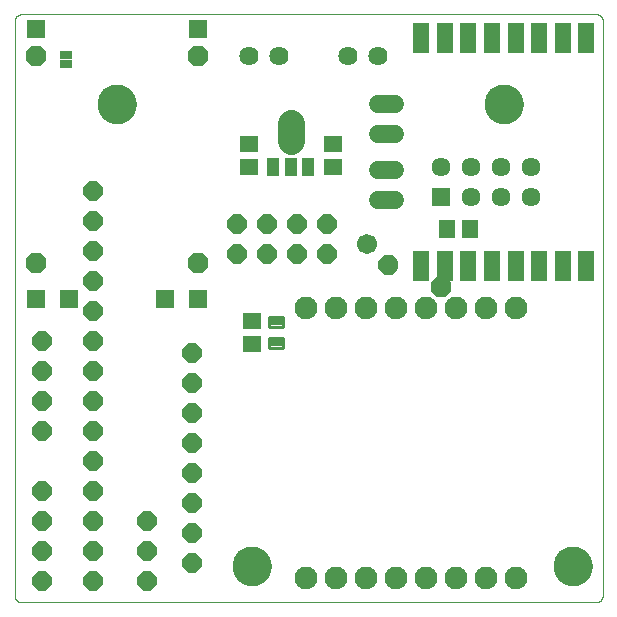
<source format=gts>
G75*
%MOIN*%
%OFA0B0*%
%FSLAX25Y25*%
%IPPOS*%
%LPD*%
%AMOC8*
5,1,8,0,0,1.08239X$1,22.5*
%
%ADD10C,0.00000*%
%ADD11C,0.12998*%
%ADD12R,0.06337X0.06337*%
%ADD13C,0.06337*%
%ADD14C,0.06000*%
%ADD15C,0.01340*%
%ADD16C,0.06700*%
%ADD17R,0.05943X0.05943*%
%ADD18OC8,0.06400*%
%ADD19C,0.01100*%
%ADD20R,0.06306X0.05518*%
%ADD21R,0.05518X0.06306*%
%ADD22R,0.05400X0.10400*%
%ADD23R,0.03900X0.02800*%
%ADD24OC8,0.06700*%
%ADD25C,0.07600*%
%ADD26C,0.09061*%
%ADD27R,0.04134X0.06201*%
%ADD28C,0.06400*%
D10*
X0001500Y0003736D02*
X0001500Y0195264D01*
X0001502Y0195356D01*
X0001508Y0195449D01*
X0001517Y0195541D01*
X0001530Y0195632D01*
X0001548Y0195723D01*
X0001568Y0195813D01*
X0001593Y0195902D01*
X0001621Y0195990D01*
X0001653Y0196077D01*
X0001688Y0196162D01*
X0001727Y0196246D01*
X0001769Y0196328D01*
X0001815Y0196409D01*
X0001864Y0196487D01*
X0001916Y0196563D01*
X0001971Y0196637D01*
X0002030Y0196709D01*
X0002091Y0196778D01*
X0002155Y0196845D01*
X0002222Y0196909D01*
X0002291Y0196970D01*
X0002363Y0197029D01*
X0002437Y0197084D01*
X0002513Y0197136D01*
X0002591Y0197185D01*
X0002672Y0197231D01*
X0002754Y0197273D01*
X0002838Y0197312D01*
X0002923Y0197347D01*
X0003010Y0197379D01*
X0003098Y0197407D01*
X0003187Y0197432D01*
X0003277Y0197452D01*
X0003368Y0197470D01*
X0003459Y0197483D01*
X0003551Y0197492D01*
X0003644Y0197498D01*
X0003736Y0197500D01*
X0195264Y0197500D01*
X0195356Y0197498D01*
X0195449Y0197492D01*
X0195541Y0197483D01*
X0195632Y0197470D01*
X0195723Y0197452D01*
X0195813Y0197432D01*
X0195902Y0197407D01*
X0195990Y0197379D01*
X0196077Y0197347D01*
X0196162Y0197312D01*
X0196246Y0197273D01*
X0196328Y0197231D01*
X0196409Y0197185D01*
X0196487Y0197136D01*
X0196563Y0197084D01*
X0196637Y0197029D01*
X0196709Y0196970D01*
X0196778Y0196909D01*
X0196845Y0196845D01*
X0196909Y0196778D01*
X0196970Y0196709D01*
X0197029Y0196637D01*
X0197084Y0196563D01*
X0197136Y0196487D01*
X0197185Y0196409D01*
X0197231Y0196328D01*
X0197273Y0196246D01*
X0197312Y0196162D01*
X0197347Y0196077D01*
X0197379Y0195990D01*
X0197407Y0195902D01*
X0197432Y0195813D01*
X0197452Y0195723D01*
X0197470Y0195632D01*
X0197483Y0195541D01*
X0197492Y0195449D01*
X0197498Y0195356D01*
X0197500Y0195264D01*
X0197500Y0003736D01*
X0197498Y0003644D01*
X0197492Y0003551D01*
X0197483Y0003459D01*
X0197470Y0003368D01*
X0197452Y0003277D01*
X0197432Y0003187D01*
X0197407Y0003098D01*
X0197379Y0003010D01*
X0197347Y0002923D01*
X0197312Y0002838D01*
X0197273Y0002754D01*
X0197231Y0002672D01*
X0197185Y0002591D01*
X0197136Y0002513D01*
X0197084Y0002437D01*
X0197029Y0002363D01*
X0196970Y0002291D01*
X0196909Y0002222D01*
X0196845Y0002155D01*
X0196778Y0002091D01*
X0196709Y0002030D01*
X0196637Y0001971D01*
X0196563Y0001916D01*
X0196487Y0001864D01*
X0196409Y0001815D01*
X0196328Y0001769D01*
X0196246Y0001727D01*
X0196162Y0001688D01*
X0196077Y0001653D01*
X0195990Y0001621D01*
X0195902Y0001593D01*
X0195813Y0001568D01*
X0195723Y0001548D01*
X0195632Y0001530D01*
X0195541Y0001517D01*
X0195449Y0001508D01*
X0195356Y0001502D01*
X0195264Y0001500D01*
X0003736Y0001500D01*
X0003644Y0001502D01*
X0003551Y0001508D01*
X0003459Y0001517D01*
X0003368Y0001530D01*
X0003277Y0001548D01*
X0003187Y0001568D01*
X0003098Y0001593D01*
X0003010Y0001621D01*
X0002923Y0001653D01*
X0002838Y0001688D01*
X0002754Y0001727D01*
X0002672Y0001769D01*
X0002591Y0001815D01*
X0002513Y0001864D01*
X0002437Y0001916D01*
X0002363Y0001971D01*
X0002291Y0002030D01*
X0002222Y0002091D01*
X0002155Y0002155D01*
X0002091Y0002222D01*
X0002030Y0002291D01*
X0001971Y0002363D01*
X0001916Y0002437D01*
X0001864Y0002513D01*
X0001815Y0002591D01*
X0001769Y0002672D01*
X0001727Y0002754D01*
X0001688Y0002838D01*
X0001653Y0002923D01*
X0001621Y0003010D01*
X0001593Y0003098D01*
X0001568Y0003187D01*
X0001548Y0003277D01*
X0001530Y0003368D01*
X0001517Y0003459D01*
X0001508Y0003551D01*
X0001502Y0003644D01*
X0001500Y0003736D01*
X0074201Y0013500D02*
X0074203Y0013658D01*
X0074209Y0013816D01*
X0074219Y0013974D01*
X0074233Y0014132D01*
X0074251Y0014289D01*
X0074272Y0014446D01*
X0074298Y0014602D01*
X0074328Y0014758D01*
X0074361Y0014913D01*
X0074399Y0015066D01*
X0074440Y0015219D01*
X0074485Y0015371D01*
X0074534Y0015522D01*
X0074587Y0015671D01*
X0074643Y0015819D01*
X0074703Y0015965D01*
X0074767Y0016110D01*
X0074835Y0016253D01*
X0074906Y0016395D01*
X0074980Y0016535D01*
X0075058Y0016672D01*
X0075140Y0016808D01*
X0075224Y0016942D01*
X0075313Y0017073D01*
X0075404Y0017202D01*
X0075499Y0017329D01*
X0075596Y0017454D01*
X0075697Y0017576D01*
X0075801Y0017695D01*
X0075908Y0017812D01*
X0076018Y0017926D01*
X0076131Y0018037D01*
X0076246Y0018146D01*
X0076364Y0018251D01*
X0076485Y0018353D01*
X0076608Y0018453D01*
X0076734Y0018549D01*
X0076862Y0018642D01*
X0076992Y0018732D01*
X0077125Y0018818D01*
X0077260Y0018902D01*
X0077396Y0018981D01*
X0077535Y0019058D01*
X0077676Y0019130D01*
X0077818Y0019200D01*
X0077962Y0019265D01*
X0078108Y0019327D01*
X0078255Y0019385D01*
X0078404Y0019440D01*
X0078554Y0019491D01*
X0078705Y0019538D01*
X0078857Y0019581D01*
X0079010Y0019620D01*
X0079165Y0019656D01*
X0079320Y0019687D01*
X0079476Y0019715D01*
X0079632Y0019739D01*
X0079789Y0019759D01*
X0079947Y0019775D01*
X0080104Y0019787D01*
X0080263Y0019795D01*
X0080421Y0019799D01*
X0080579Y0019799D01*
X0080737Y0019795D01*
X0080896Y0019787D01*
X0081053Y0019775D01*
X0081211Y0019759D01*
X0081368Y0019739D01*
X0081524Y0019715D01*
X0081680Y0019687D01*
X0081835Y0019656D01*
X0081990Y0019620D01*
X0082143Y0019581D01*
X0082295Y0019538D01*
X0082446Y0019491D01*
X0082596Y0019440D01*
X0082745Y0019385D01*
X0082892Y0019327D01*
X0083038Y0019265D01*
X0083182Y0019200D01*
X0083324Y0019130D01*
X0083465Y0019058D01*
X0083604Y0018981D01*
X0083740Y0018902D01*
X0083875Y0018818D01*
X0084008Y0018732D01*
X0084138Y0018642D01*
X0084266Y0018549D01*
X0084392Y0018453D01*
X0084515Y0018353D01*
X0084636Y0018251D01*
X0084754Y0018146D01*
X0084869Y0018037D01*
X0084982Y0017926D01*
X0085092Y0017812D01*
X0085199Y0017695D01*
X0085303Y0017576D01*
X0085404Y0017454D01*
X0085501Y0017329D01*
X0085596Y0017202D01*
X0085687Y0017073D01*
X0085776Y0016942D01*
X0085860Y0016808D01*
X0085942Y0016672D01*
X0086020Y0016535D01*
X0086094Y0016395D01*
X0086165Y0016253D01*
X0086233Y0016110D01*
X0086297Y0015965D01*
X0086357Y0015819D01*
X0086413Y0015671D01*
X0086466Y0015522D01*
X0086515Y0015371D01*
X0086560Y0015219D01*
X0086601Y0015066D01*
X0086639Y0014913D01*
X0086672Y0014758D01*
X0086702Y0014602D01*
X0086728Y0014446D01*
X0086749Y0014289D01*
X0086767Y0014132D01*
X0086781Y0013974D01*
X0086791Y0013816D01*
X0086797Y0013658D01*
X0086799Y0013500D01*
X0086797Y0013342D01*
X0086791Y0013184D01*
X0086781Y0013026D01*
X0086767Y0012868D01*
X0086749Y0012711D01*
X0086728Y0012554D01*
X0086702Y0012398D01*
X0086672Y0012242D01*
X0086639Y0012087D01*
X0086601Y0011934D01*
X0086560Y0011781D01*
X0086515Y0011629D01*
X0086466Y0011478D01*
X0086413Y0011329D01*
X0086357Y0011181D01*
X0086297Y0011035D01*
X0086233Y0010890D01*
X0086165Y0010747D01*
X0086094Y0010605D01*
X0086020Y0010465D01*
X0085942Y0010328D01*
X0085860Y0010192D01*
X0085776Y0010058D01*
X0085687Y0009927D01*
X0085596Y0009798D01*
X0085501Y0009671D01*
X0085404Y0009546D01*
X0085303Y0009424D01*
X0085199Y0009305D01*
X0085092Y0009188D01*
X0084982Y0009074D01*
X0084869Y0008963D01*
X0084754Y0008854D01*
X0084636Y0008749D01*
X0084515Y0008647D01*
X0084392Y0008547D01*
X0084266Y0008451D01*
X0084138Y0008358D01*
X0084008Y0008268D01*
X0083875Y0008182D01*
X0083740Y0008098D01*
X0083604Y0008019D01*
X0083465Y0007942D01*
X0083324Y0007870D01*
X0083182Y0007800D01*
X0083038Y0007735D01*
X0082892Y0007673D01*
X0082745Y0007615D01*
X0082596Y0007560D01*
X0082446Y0007509D01*
X0082295Y0007462D01*
X0082143Y0007419D01*
X0081990Y0007380D01*
X0081835Y0007344D01*
X0081680Y0007313D01*
X0081524Y0007285D01*
X0081368Y0007261D01*
X0081211Y0007241D01*
X0081053Y0007225D01*
X0080896Y0007213D01*
X0080737Y0007205D01*
X0080579Y0007201D01*
X0080421Y0007201D01*
X0080263Y0007205D01*
X0080104Y0007213D01*
X0079947Y0007225D01*
X0079789Y0007241D01*
X0079632Y0007261D01*
X0079476Y0007285D01*
X0079320Y0007313D01*
X0079165Y0007344D01*
X0079010Y0007380D01*
X0078857Y0007419D01*
X0078705Y0007462D01*
X0078554Y0007509D01*
X0078404Y0007560D01*
X0078255Y0007615D01*
X0078108Y0007673D01*
X0077962Y0007735D01*
X0077818Y0007800D01*
X0077676Y0007870D01*
X0077535Y0007942D01*
X0077396Y0008019D01*
X0077260Y0008098D01*
X0077125Y0008182D01*
X0076992Y0008268D01*
X0076862Y0008358D01*
X0076734Y0008451D01*
X0076608Y0008547D01*
X0076485Y0008647D01*
X0076364Y0008749D01*
X0076246Y0008854D01*
X0076131Y0008963D01*
X0076018Y0009074D01*
X0075908Y0009188D01*
X0075801Y0009305D01*
X0075697Y0009424D01*
X0075596Y0009546D01*
X0075499Y0009671D01*
X0075404Y0009798D01*
X0075313Y0009927D01*
X0075224Y0010058D01*
X0075140Y0010192D01*
X0075058Y0010328D01*
X0074980Y0010465D01*
X0074906Y0010605D01*
X0074835Y0010747D01*
X0074767Y0010890D01*
X0074703Y0011035D01*
X0074643Y0011181D01*
X0074587Y0011329D01*
X0074534Y0011478D01*
X0074485Y0011629D01*
X0074440Y0011781D01*
X0074399Y0011934D01*
X0074361Y0012087D01*
X0074328Y0012242D01*
X0074298Y0012398D01*
X0074272Y0012554D01*
X0074251Y0012711D01*
X0074233Y0012868D01*
X0074219Y0013026D01*
X0074209Y0013184D01*
X0074203Y0013342D01*
X0074201Y0013500D01*
X0181201Y0013500D02*
X0181203Y0013658D01*
X0181209Y0013816D01*
X0181219Y0013974D01*
X0181233Y0014132D01*
X0181251Y0014289D01*
X0181272Y0014446D01*
X0181298Y0014602D01*
X0181328Y0014758D01*
X0181361Y0014913D01*
X0181399Y0015066D01*
X0181440Y0015219D01*
X0181485Y0015371D01*
X0181534Y0015522D01*
X0181587Y0015671D01*
X0181643Y0015819D01*
X0181703Y0015965D01*
X0181767Y0016110D01*
X0181835Y0016253D01*
X0181906Y0016395D01*
X0181980Y0016535D01*
X0182058Y0016672D01*
X0182140Y0016808D01*
X0182224Y0016942D01*
X0182313Y0017073D01*
X0182404Y0017202D01*
X0182499Y0017329D01*
X0182596Y0017454D01*
X0182697Y0017576D01*
X0182801Y0017695D01*
X0182908Y0017812D01*
X0183018Y0017926D01*
X0183131Y0018037D01*
X0183246Y0018146D01*
X0183364Y0018251D01*
X0183485Y0018353D01*
X0183608Y0018453D01*
X0183734Y0018549D01*
X0183862Y0018642D01*
X0183992Y0018732D01*
X0184125Y0018818D01*
X0184260Y0018902D01*
X0184396Y0018981D01*
X0184535Y0019058D01*
X0184676Y0019130D01*
X0184818Y0019200D01*
X0184962Y0019265D01*
X0185108Y0019327D01*
X0185255Y0019385D01*
X0185404Y0019440D01*
X0185554Y0019491D01*
X0185705Y0019538D01*
X0185857Y0019581D01*
X0186010Y0019620D01*
X0186165Y0019656D01*
X0186320Y0019687D01*
X0186476Y0019715D01*
X0186632Y0019739D01*
X0186789Y0019759D01*
X0186947Y0019775D01*
X0187104Y0019787D01*
X0187263Y0019795D01*
X0187421Y0019799D01*
X0187579Y0019799D01*
X0187737Y0019795D01*
X0187896Y0019787D01*
X0188053Y0019775D01*
X0188211Y0019759D01*
X0188368Y0019739D01*
X0188524Y0019715D01*
X0188680Y0019687D01*
X0188835Y0019656D01*
X0188990Y0019620D01*
X0189143Y0019581D01*
X0189295Y0019538D01*
X0189446Y0019491D01*
X0189596Y0019440D01*
X0189745Y0019385D01*
X0189892Y0019327D01*
X0190038Y0019265D01*
X0190182Y0019200D01*
X0190324Y0019130D01*
X0190465Y0019058D01*
X0190604Y0018981D01*
X0190740Y0018902D01*
X0190875Y0018818D01*
X0191008Y0018732D01*
X0191138Y0018642D01*
X0191266Y0018549D01*
X0191392Y0018453D01*
X0191515Y0018353D01*
X0191636Y0018251D01*
X0191754Y0018146D01*
X0191869Y0018037D01*
X0191982Y0017926D01*
X0192092Y0017812D01*
X0192199Y0017695D01*
X0192303Y0017576D01*
X0192404Y0017454D01*
X0192501Y0017329D01*
X0192596Y0017202D01*
X0192687Y0017073D01*
X0192776Y0016942D01*
X0192860Y0016808D01*
X0192942Y0016672D01*
X0193020Y0016535D01*
X0193094Y0016395D01*
X0193165Y0016253D01*
X0193233Y0016110D01*
X0193297Y0015965D01*
X0193357Y0015819D01*
X0193413Y0015671D01*
X0193466Y0015522D01*
X0193515Y0015371D01*
X0193560Y0015219D01*
X0193601Y0015066D01*
X0193639Y0014913D01*
X0193672Y0014758D01*
X0193702Y0014602D01*
X0193728Y0014446D01*
X0193749Y0014289D01*
X0193767Y0014132D01*
X0193781Y0013974D01*
X0193791Y0013816D01*
X0193797Y0013658D01*
X0193799Y0013500D01*
X0193797Y0013342D01*
X0193791Y0013184D01*
X0193781Y0013026D01*
X0193767Y0012868D01*
X0193749Y0012711D01*
X0193728Y0012554D01*
X0193702Y0012398D01*
X0193672Y0012242D01*
X0193639Y0012087D01*
X0193601Y0011934D01*
X0193560Y0011781D01*
X0193515Y0011629D01*
X0193466Y0011478D01*
X0193413Y0011329D01*
X0193357Y0011181D01*
X0193297Y0011035D01*
X0193233Y0010890D01*
X0193165Y0010747D01*
X0193094Y0010605D01*
X0193020Y0010465D01*
X0192942Y0010328D01*
X0192860Y0010192D01*
X0192776Y0010058D01*
X0192687Y0009927D01*
X0192596Y0009798D01*
X0192501Y0009671D01*
X0192404Y0009546D01*
X0192303Y0009424D01*
X0192199Y0009305D01*
X0192092Y0009188D01*
X0191982Y0009074D01*
X0191869Y0008963D01*
X0191754Y0008854D01*
X0191636Y0008749D01*
X0191515Y0008647D01*
X0191392Y0008547D01*
X0191266Y0008451D01*
X0191138Y0008358D01*
X0191008Y0008268D01*
X0190875Y0008182D01*
X0190740Y0008098D01*
X0190604Y0008019D01*
X0190465Y0007942D01*
X0190324Y0007870D01*
X0190182Y0007800D01*
X0190038Y0007735D01*
X0189892Y0007673D01*
X0189745Y0007615D01*
X0189596Y0007560D01*
X0189446Y0007509D01*
X0189295Y0007462D01*
X0189143Y0007419D01*
X0188990Y0007380D01*
X0188835Y0007344D01*
X0188680Y0007313D01*
X0188524Y0007285D01*
X0188368Y0007261D01*
X0188211Y0007241D01*
X0188053Y0007225D01*
X0187896Y0007213D01*
X0187737Y0007205D01*
X0187579Y0007201D01*
X0187421Y0007201D01*
X0187263Y0007205D01*
X0187104Y0007213D01*
X0186947Y0007225D01*
X0186789Y0007241D01*
X0186632Y0007261D01*
X0186476Y0007285D01*
X0186320Y0007313D01*
X0186165Y0007344D01*
X0186010Y0007380D01*
X0185857Y0007419D01*
X0185705Y0007462D01*
X0185554Y0007509D01*
X0185404Y0007560D01*
X0185255Y0007615D01*
X0185108Y0007673D01*
X0184962Y0007735D01*
X0184818Y0007800D01*
X0184676Y0007870D01*
X0184535Y0007942D01*
X0184396Y0008019D01*
X0184260Y0008098D01*
X0184125Y0008182D01*
X0183992Y0008268D01*
X0183862Y0008358D01*
X0183734Y0008451D01*
X0183608Y0008547D01*
X0183485Y0008647D01*
X0183364Y0008749D01*
X0183246Y0008854D01*
X0183131Y0008963D01*
X0183018Y0009074D01*
X0182908Y0009188D01*
X0182801Y0009305D01*
X0182697Y0009424D01*
X0182596Y0009546D01*
X0182499Y0009671D01*
X0182404Y0009798D01*
X0182313Y0009927D01*
X0182224Y0010058D01*
X0182140Y0010192D01*
X0182058Y0010328D01*
X0181980Y0010465D01*
X0181906Y0010605D01*
X0181835Y0010747D01*
X0181767Y0010890D01*
X0181703Y0011035D01*
X0181643Y0011181D01*
X0181587Y0011329D01*
X0181534Y0011478D01*
X0181485Y0011629D01*
X0181440Y0011781D01*
X0181399Y0011934D01*
X0181361Y0012087D01*
X0181328Y0012242D01*
X0181298Y0012398D01*
X0181272Y0012554D01*
X0181251Y0012711D01*
X0181233Y0012868D01*
X0181219Y0013026D01*
X0181209Y0013184D01*
X0181203Y0013342D01*
X0181201Y0013500D01*
X0158201Y0167500D02*
X0158203Y0167658D01*
X0158209Y0167816D01*
X0158219Y0167974D01*
X0158233Y0168132D01*
X0158251Y0168289D01*
X0158272Y0168446D01*
X0158298Y0168602D01*
X0158328Y0168758D01*
X0158361Y0168913D01*
X0158399Y0169066D01*
X0158440Y0169219D01*
X0158485Y0169371D01*
X0158534Y0169522D01*
X0158587Y0169671D01*
X0158643Y0169819D01*
X0158703Y0169965D01*
X0158767Y0170110D01*
X0158835Y0170253D01*
X0158906Y0170395D01*
X0158980Y0170535D01*
X0159058Y0170672D01*
X0159140Y0170808D01*
X0159224Y0170942D01*
X0159313Y0171073D01*
X0159404Y0171202D01*
X0159499Y0171329D01*
X0159596Y0171454D01*
X0159697Y0171576D01*
X0159801Y0171695D01*
X0159908Y0171812D01*
X0160018Y0171926D01*
X0160131Y0172037D01*
X0160246Y0172146D01*
X0160364Y0172251D01*
X0160485Y0172353D01*
X0160608Y0172453D01*
X0160734Y0172549D01*
X0160862Y0172642D01*
X0160992Y0172732D01*
X0161125Y0172818D01*
X0161260Y0172902D01*
X0161396Y0172981D01*
X0161535Y0173058D01*
X0161676Y0173130D01*
X0161818Y0173200D01*
X0161962Y0173265D01*
X0162108Y0173327D01*
X0162255Y0173385D01*
X0162404Y0173440D01*
X0162554Y0173491D01*
X0162705Y0173538D01*
X0162857Y0173581D01*
X0163010Y0173620D01*
X0163165Y0173656D01*
X0163320Y0173687D01*
X0163476Y0173715D01*
X0163632Y0173739D01*
X0163789Y0173759D01*
X0163947Y0173775D01*
X0164104Y0173787D01*
X0164263Y0173795D01*
X0164421Y0173799D01*
X0164579Y0173799D01*
X0164737Y0173795D01*
X0164896Y0173787D01*
X0165053Y0173775D01*
X0165211Y0173759D01*
X0165368Y0173739D01*
X0165524Y0173715D01*
X0165680Y0173687D01*
X0165835Y0173656D01*
X0165990Y0173620D01*
X0166143Y0173581D01*
X0166295Y0173538D01*
X0166446Y0173491D01*
X0166596Y0173440D01*
X0166745Y0173385D01*
X0166892Y0173327D01*
X0167038Y0173265D01*
X0167182Y0173200D01*
X0167324Y0173130D01*
X0167465Y0173058D01*
X0167604Y0172981D01*
X0167740Y0172902D01*
X0167875Y0172818D01*
X0168008Y0172732D01*
X0168138Y0172642D01*
X0168266Y0172549D01*
X0168392Y0172453D01*
X0168515Y0172353D01*
X0168636Y0172251D01*
X0168754Y0172146D01*
X0168869Y0172037D01*
X0168982Y0171926D01*
X0169092Y0171812D01*
X0169199Y0171695D01*
X0169303Y0171576D01*
X0169404Y0171454D01*
X0169501Y0171329D01*
X0169596Y0171202D01*
X0169687Y0171073D01*
X0169776Y0170942D01*
X0169860Y0170808D01*
X0169942Y0170672D01*
X0170020Y0170535D01*
X0170094Y0170395D01*
X0170165Y0170253D01*
X0170233Y0170110D01*
X0170297Y0169965D01*
X0170357Y0169819D01*
X0170413Y0169671D01*
X0170466Y0169522D01*
X0170515Y0169371D01*
X0170560Y0169219D01*
X0170601Y0169066D01*
X0170639Y0168913D01*
X0170672Y0168758D01*
X0170702Y0168602D01*
X0170728Y0168446D01*
X0170749Y0168289D01*
X0170767Y0168132D01*
X0170781Y0167974D01*
X0170791Y0167816D01*
X0170797Y0167658D01*
X0170799Y0167500D01*
X0170797Y0167342D01*
X0170791Y0167184D01*
X0170781Y0167026D01*
X0170767Y0166868D01*
X0170749Y0166711D01*
X0170728Y0166554D01*
X0170702Y0166398D01*
X0170672Y0166242D01*
X0170639Y0166087D01*
X0170601Y0165934D01*
X0170560Y0165781D01*
X0170515Y0165629D01*
X0170466Y0165478D01*
X0170413Y0165329D01*
X0170357Y0165181D01*
X0170297Y0165035D01*
X0170233Y0164890D01*
X0170165Y0164747D01*
X0170094Y0164605D01*
X0170020Y0164465D01*
X0169942Y0164328D01*
X0169860Y0164192D01*
X0169776Y0164058D01*
X0169687Y0163927D01*
X0169596Y0163798D01*
X0169501Y0163671D01*
X0169404Y0163546D01*
X0169303Y0163424D01*
X0169199Y0163305D01*
X0169092Y0163188D01*
X0168982Y0163074D01*
X0168869Y0162963D01*
X0168754Y0162854D01*
X0168636Y0162749D01*
X0168515Y0162647D01*
X0168392Y0162547D01*
X0168266Y0162451D01*
X0168138Y0162358D01*
X0168008Y0162268D01*
X0167875Y0162182D01*
X0167740Y0162098D01*
X0167604Y0162019D01*
X0167465Y0161942D01*
X0167324Y0161870D01*
X0167182Y0161800D01*
X0167038Y0161735D01*
X0166892Y0161673D01*
X0166745Y0161615D01*
X0166596Y0161560D01*
X0166446Y0161509D01*
X0166295Y0161462D01*
X0166143Y0161419D01*
X0165990Y0161380D01*
X0165835Y0161344D01*
X0165680Y0161313D01*
X0165524Y0161285D01*
X0165368Y0161261D01*
X0165211Y0161241D01*
X0165053Y0161225D01*
X0164896Y0161213D01*
X0164737Y0161205D01*
X0164579Y0161201D01*
X0164421Y0161201D01*
X0164263Y0161205D01*
X0164104Y0161213D01*
X0163947Y0161225D01*
X0163789Y0161241D01*
X0163632Y0161261D01*
X0163476Y0161285D01*
X0163320Y0161313D01*
X0163165Y0161344D01*
X0163010Y0161380D01*
X0162857Y0161419D01*
X0162705Y0161462D01*
X0162554Y0161509D01*
X0162404Y0161560D01*
X0162255Y0161615D01*
X0162108Y0161673D01*
X0161962Y0161735D01*
X0161818Y0161800D01*
X0161676Y0161870D01*
X0161535Y0161942D01*
X0161396Y0162019D01*
X0161260Y0162098D01*
X0161125Y0162182D01*
X0160992Y0162268D01*
X0160862Y0162358D01*
X0160734Y0162451D01*
X0160608Y0162547D01*
X0160485Y0162647D01*
X0160364Y0162749D01*
X0160246Y0162854D01*
X0160131Y0162963D01*
X0160018Y0163074D01*
X0159908Y0163188D01*
X0159801Y0163305D01*
X0159697Y0163424D01*
X0159596Y0163546D01*
X0159499Y0163671D01*
X0159404Y0163798D01*
X0159313Y0163927D01*
X0159224Y0164058D01*
X0159140Y0164192D01*
X0159058Y0164328D01*
X0158980Y0164465D01*
X0158906Y0164605D01*
X0158835Y0164747D01*
X0158767Y0164890D01*
X0158703Y0165035D01*
X0158643Y0165181D01*
X0158587Y0165329D01*
X0158534Y0165478D01*
X0158485Y0165629D01*
X0158440Y0165781D01*
X0158399Y0165934D01*
X0158361Y0166087D01*
X0158328Y0166242D01*
X0158298Y0166398D01*
X0158272Y0166554D01*
X0158251Y0166711D01*
X0158233Y0166868D01*
X0158219Y0167026D01*
X0158209Y0167184D01*
X0158203Y0167342D01*
X0158201Y0167500D01*
X0029201Y0167500D02*
X0029203Y0167658D01*
X0029209Y0167816D01*
X0029219Y0167974D01*
X0029233Y0168132D01*
X0029251Y0168289D01*
X0029272Y0168446D01*
X0029298Y0168602D01*
X0029328Y0168758D01*
X0029361Y0168913D01*
X0029399Y0169066D01*
X0029440Y0169219D01*
X0029485Y0169371D01*
X0029534Y0169522D01*
X0029587Y0169671D01*
X0029643Y0169819D01*
X0029703Y0169965D01*
X0029767Y0170110D01*
X0029835Y0170253D01*
X0029906Y0170395D01*
X0029980Y0170535D01*
X0030058Y0170672D01*
X0030140Y0170808D01*
X0030224Y0170942D01*
X0030313Y0171073D01*
X0030404Y0171202D01*
X0030499Y0171329D01*
X0030596Y0171454D01*
X0030697Y0171576D01*
X0030801Y0171695D01*
X0030908Y0171812D01*
X0031018Y0171926D01*
X0031131Y0172037D01*
X0031246Y0172146D01*
X0031364Y0172251D01*
X0031485Y0172353D01*
X0031608Y0172453D01*
X0031734Y0172549D01*
X0031862Y0172642D01*
X0031992Y0172732D01*
X0032125Y0172818D01*
X0032260Y0172902D01*
X0032396Y0172981D01*
X0032535Y0173058D01*
X0032676Y0173130D01*
X0032818Y0173200D01*
X0032962Y0173265D01*
X0033108Y0173327D01*
X0033255Y0173385D01*
X0033404Y0173440D01*
X0033554Y0173491D01*
X0033705Y0173538D01*
X0033857Y0173581D01*
X0034010Y0173620D01*
X0034165Y0173656D01*
X0034320Y0173687D01*
X0034476Y0173715D01*
X0034632Y0173739D01*
X0034789Y0173759D01*
X0034947Y0173775D01*
X0035104Y0173787D01*
X0035263Y0173795D01*
X0035421Y0173799D01*
X0035579Y0173799D01*
X0035737Y0173795D01*
X0035896Y0173787D01*
X0036053Y0173775D01*
X0036211Y0173759D01*
X0036368Y0173739D01*
X0036524Y0173715D01*
X0036680Y0173687D01*
X0036835Y0173656D01*
X0036990Y0173620D01*
X0037143Y0173581D01*
X0037295Y0173538D01*
X0037446Y0173491D01*
X0037596Y0173440D01*
X0037745Y0173385D01*
X0037892Y0173327D01*
X0038038Y0173265D01*
X0038182Y0173200D01*
X0038324Y0173130D01*
X0038465Y0173058D01*
X0038604Y0172981D01*
X0038740Y0172902D01*
X0038875Y0172818D01*
X0039008Y0172732D01*
X0039138Y0172642D01*
X0039266Y0172549D01*
X0039392Y0172453D01*
X0039515Y0172353D01*
X0039636Y0172251D01*
X0039754Y0172146D01*
X0039869Y0172037D01*
X0039982Y0171926D01*
X0040092Y0171812D01*
X0040199Y0171695D01*
X0040303Y0171576D01*
X0040404Y0171454D01*
X0040501Y0171329D01*
X0040596Y0171202D01*
X0040687Y0171073D01*
X0040776Y0170942D01*
X0040860Y0170808D01*
X0040942Y0170672D01*
X0041020Y0170535D01*
X0041094Y0170395D01*
X0041165Y0170253D01*
X0041233Y0170110D01*
X0041297Y0169965D01*
X0041357Y0169819D01*
X0041413Y0169671D01*
X0041466Y0169522D01*
X0041515Y0169371D01*
X0041560Y0169219D01*
X0041601Y0169066D01*
X0041639Y0168913D01*
X0041672Y0168758D01*
X0041702Y0168602D01*
X0041728Y0168446D01*
X0041749Y0168289D01*
X0041767Y0168132D01*
X0041781Y0167974D01*
X0041791Y0167816D01*
X0041797Y0167658D01*
X0041799Y0167500D01*
X0041797Y0167342D01*
X0041791Y0167184D01*
X0041781Y0167026D01*
X0041767Y0166868D01*
X0041749Y0166711D01*
X0041728Y0166554D01*
X0041702Y0166398D01*
X0041672Y0166242D01*
X0041639Y0166087D01*
X0041601Y0165934D01*
X0041560Y0165781D01*
X0041515Y0165629D01*
X0041466Y0165478D01*
X0041413Y0165329D01*
X0041357Y0165181D01*
X0041297Y0165035D01*
X0041233Y0164890D01*
X0041165Y0164747D01*
X0041094Y0164605D01*
X0041020Y0164465D01*
X0040942Y0164328D01*
X0040860Y0164192D01*
X0040776Y0164058D01*
X0040687Y0163927D01*
X0040596Y0163798D01*
X0040501Y0163671D01*
X0040404Y0163546D01*
X0040303Y0163424D01*
X0040199Y0163305D01*
X0040092Y0163188D01*
X0039982Y0163074D01*
X0039869Y0162963D01*
X0039754Y0162854D01*
X0039636Y0162749D01*
X0039515Y0162647D01*
X0039392Y0162547D01*
X0039266Y0162451D01*
X0039138Y0162358D01*
X0039008Y0162268D01*
X0038875Y0162182D01*
X0038740Y0162098D01*
X0038604Y0162019D01*
X0038465Y0161942D01*
X0038324Y0161870D01*
X0038182Y0161800D01*
X0038038Y0161735D01*
X0037892Y0161673D01*
X0037745Y0161615D01*
X0037596Y0161560D01*
X0037446Y0161509D01*
X0037295Y0161462D01*
X0037143Y0161419D01*
X0036990Y0161380D01*
X0036835Y0161344D01*
X0036680Y0161313D01*
X0036524Y0161285D01*
X0036368Y0161261D01*
X0036211Y0161241D01*
X0036053Y0161225D01*
X0035896Y0161213D01*
X0035737Y0161205D01*
X0035579Y0161201D01*
X0035421Y0161201D01*
X0035263Y0161205D01*
X0035104Y0161213D01*
X0034947Y0161225D01*
X0034789Y0161241D01*
X0034632Y0161261D01*
X0034476Y0161285D01*
X0034320Y0161313D01*
X0034165Y0161344D01*
X0034010Y0161380D01*
X0033857Y0161419D01*
X0033705Y0161462D01*
X0033554Y0161509D01*
X0033404Y0161560D01*
X0033255Y0161615D01*
X0033108Y0161673D01*
X0032962Y0161735D01*
X0032818Y0161800D01*
X0032676Y0161870D01*
X0032535Y0161942D01*
X0032396Y0162019D01*
X0032260Y0162098D01*
X0032125Y0162182D01*
X0031992Y0162268D01*
X0031862Y0162358D01*
X0031734Y0162451D01*
X0031608Y0162547D01*
X0031485Y0162647D01*
X0031364Y0162749D01*
X0031246Y0162854D01*
X0031131Y0162963D01*
X0031018Y0163074D01*
X0030908Y0163188D01*
X0030801Y0163305D01*
X0030697Y0163424D01*
X0030596Y0163546D01*
X0030499Y0163671D01*
X0030404Y0163798D01*
X0030313Y0163927D01*
X0030224Y0164058D01*
X0030140Y0164192D01*
X0030058Y0164328D01*
X0029980Y0164465D01*
X0029906Y0164605D01*
X0029835Y0164747D01*
X0029767Y0164890D01*
X0029703Y0165035D01*
X0029643Y0165181D01*
X0029587Y0165329D01*
X0029534Y0165478D01*
X0029485Y0165629D01*
X0029440Y0165781D01*
X0029399Y0165934D01*
X0029361Y0166087D01*
X0029328Y0166242D01*
X0029298Y0166398D01*
X0029272Y0166554D01*
X0029251Y0166711D01*
X0029233Y0166868D01*
X0029219Y0167026D01*
X0029209Y0167184D01*
X0029203Y0167342D01*
X0029201Y0167500D01*
D11*
X0035500Y0167500D03*
X0164500Y0167500D03*
X0187500Y0013500D03*
X0080500Y0013500D03*
D12*
X0143500Y0136500D03*
D13*
X0143500Y0146500D03*
X0153500Y0146500D03*
X0153500Y0136500D03*
X0163500Y0136500D03*
X0163500Y0146500D03*
X0173500Y0146500D03*
X0173500Y0136500D03*
D14*
X0128300Y0135500D02*
X0122700Y0135500D01*
X0122700Y0145500D02*
X0128300Y0145500D01*
X0128300Y0157500D02*
X0122700Y0157500D01*
X0122700Y0167500D02*
X0128300Y0167500D01*
D15*
X0126476Y0111955D02*
X0127146Y0111285D01*
X0124926Y0111285D01*
X0123357Y0112854D01*
X0123357Y0115074D01*
X0124926Y0116643D01*
X0127146Y0116643D01*
X0128715Y0115074D01*
X0128715Y0112854D01*
X0127146Y0111285D01*
X0126730Y0112290D01*
X0125342Y0112290D01*
X0124362Y0113270D01*
X0124362Y0114658D01*
X0125342Y0115638D01*
X0126730Y0115638D01*
X0127710Y0114658D01*
X0127710Y0113270D01*
X0126730Y0112290D01*
X0126313Y0113295D01*
X0125759Y0113295D01*
X0125367Y0113687D01*
X0125367Y0114241D01*
X0125759Y0114633D01*
X0126313Y0114633D01*
X0126705Y0114241D01*
X0126705Y0113687D01*
X0126313Y0113295D01*
D16*
X0118964Y0121036D03*
D17*
X0062500Y0102600D03*
X0051500Y0102600D03*
X0019500Y0102600D03*
X0008500Y0102600D03*
X0008500Y0192600D03*
X0062500Y0192600D03*
D18*
X0027500Y0138500D03*
X0027500Y0128500D03*
X0027500Y0118500D03*
X0027500Y0108500D03*
X0027500Y0098500D03*
X0027500Y0088500D03*
X0027500Y0078500D03*
X0027500Y0068500D03*
X0027500Y0058500D03*
X0027500Y0048500D03*
X0027500Y0038500D03*
X0027500Y0028500D03*
X0027500Y0018500D03*
X0027500Y0008500D03*
X0010500Y0008500D03*
X0010500Y0018500D03*
X0010500Y0028500D03*
X0010500Y0038500D03*
X0010500Y0058500D03*
X0010500Y0068500D03*
X0010500Y0078500D03*
X0010500Y0088500D03*
X0060500Y0084500D03*
X0060500Y0074500D03*
X0060500Y0064500D03*
X0060500Y0054500D03*
X0060500Y0044500D03*
X0060500Y0034500D03*
X0060500Y0024500D03*
X0060500Y0014500D03*
X0045500Y0018500D03*
X0045500Y0008500D03*
X0045500Y0028500D03*
X0075500Y0117500D03*
X0075500Y0127500D03*
X0085500Y0127500D03*
X0085500Y0117500D03*
X0095500Y0117500D03*
X0095500Y0127500D03*
X0105500Y0127500D03*
X0105500Y0117500D03*
D19*
X0090900Y0096650D02*
X0090900Y0093350D01*
X0086100Y0093350D01*
X0086100Y0096650D01*
X0090900Y0096650D01*
X0090900Y0094449D02*
X0086100Y0094449D01*
X0086100Y0095548D02*
X0090900Y0095548D01*
X0090900Y0096647D02*
X0086100Y0096647D01*
X0090900Y0089650D02*
X0090900Y0086350D01*
X0086100Y0086350D01*
X0086100Y0089650D01*
X0090900Y0089650D01*
X0090900Y0087449D02*
X0086100Y0087449D01*
X0086100Y0088548D02*
X0090900Y0088548D01*
X0090900Y0089647D02*
X0086100Y0089647D01*
D20*
X0080500Y0087760D03*
X0080500Y0095240D03*
X0079500Y0146760D03*
X0079500Y0154240D03*
X0107500Y0154240D03*
X0107500Y0146760D03*
D21*
X0145760Y0126000D03*
X0153240Y0126000D03*
D22*
X0152689Y0113500D03*
X0160563Y0113500D03*
X0168437Y0113500D03*
X0176311Y0113500D03*
X0184185Y0113500D03*
X0192059Y0113500D03*
X0144815Y0113500D03*
X0136941Y0113500D03*
X0136941Y0189500D03*
X0144815Y0189500D03*
X0152689Y0189500D03*
X0160563Y0189500D03*
X0168437Y0189500D03*
X0176311Y0189500D03*
X0184185Y0189500D03*
X0192059Y0189500D03*
D23*
X0018500Y0184000D03*
X0018500Y0181000D03*
D24*
X0008500Y0183500D03*
X0062500Y0183500D03*
X0062500Y0114500D03*
X0008500Y0114500D03*
X0143500Y0106500D03*
D25*
X0138500Y0099500D03*
X0128500Y0099500D03*
X0118500Y0099500D03*
X0108500Y0099500D03*
X0098500Y0099500D03*
X0148500Y0099500D03*
X0158500Y0099500D03*
X0168500Y0099500D03*
X0168500Y0009500D03*
X0158500Y0009500D03*
X0148500Y0009500D03*
X0138500Y0009500D03*
X0128500Y0009500D03*
X0118500Y0009500D03*
X0108500Y0009500D03*
X0098500Y0009500D03*
D26*
X0093500Y0155248D02*
X0093500Y0155248D01*
X0093500Y0161154D01*
X0093500Y0161154D01*
X0093500Y0155248D01*
D27*
X0093500Y0146675D03*
X0087594Y0146675D03*
X0099406Y0146675D03*
D28*
X0089500Y0183500D03*
X0079500Y0183500D03*
X0112500Y0183500D03*
X0122500Y0183500D03*
M02*

</source>
